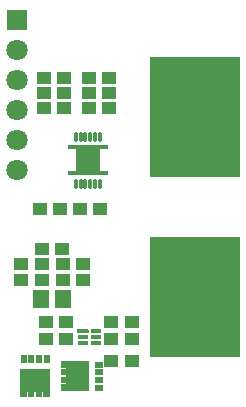
<source format=gts>
G04 DipTrace 3.0.0.1*
G04 battery-fuel_gauge_V2.GTS*
%MOIN*%
G04 #@! TF.FileFunction,Soldermask,Top*
G04 #@! TF.Part,Single*
%AMOUTLINE1*
4,1,12,
0.066969,0.050236,
0.066969,0.036378,
0.040394,0.036378,
0.040394,-0.036378,
0.066969,-0.036378,
0.066969,-0.050236,
-0.066969,-0.050236,
-0.066969,-0.036378,
-0.040394,-0.036378,
-0.040394,0.036378,
-0.066969,0.036378,
-0.066969,0.050236,
0.066969,0.050236,
0*%
%AMOUTLINE4*
4,1,16,
-0.049252,0.04748,
0.049252,0.04748,
0.049252,-0.04748,
0.02752,-0.04748,
0.02752,-0.031339,
0.023662,-0.031339,
0.023662,-0.04748,
0.001929,-0.04748,
0.001929,-0.031339,
-0.001929,-0.031339,
-0.001929,-0.04748,
-0.023662,-0.04748,
-0.023662,-0.031339,
-0.02752,-0.031339,
-0.02752,-0.04748,
-0.049252,-0.04748,
-0.049252,0.04748,
0*%
%AMOUTLINE7*
4,1,16,
0.04748,0.049252,
0.04748,-0.049252,
-0.04748,-0.049252,
-0.04748,-0.02752,
-0.031339,-0.02752,
-0.031339,-0.023662,
-0.04748,-0.023662,
-0.04748,-0.001929,
-0.031339,-0.001929,
-0.031339,0.001929,
-0.04748,0.001929,
-0.04748,0.023662,
-0.031339,0.023662,
-0.031339,0.02752,
-0.04748,0.02752,
-0.04748,0.049252,
0.04748,0.049252,
0*%
%AMOUTLINE10*
4,1,5,
0.01874,-0.00752,
-0.01874,-0.00752,
-0.01874,0.00752,
0.013627,0.00752,
0.01874,0.002407,
0.01874,-0.00752,
0*%
%ADD38R,0.033544X0.01504*%
%ADD40R,0.028819X0.021733*%
%ADD42R,0.021733X0.028819*%
%ADD44R,0.304016X0.404016*%
%ADD46C,0.070945*%
%ADD48R,0.070945X0.070945*%
%ADD50R,0.055197X0.063071*%
%ADD52R,0.047323X0.043386*%
%ADD54O,0.01189X0.037481*%
%ADD60OUTLINE1*%
%ADD63OUTLINE4*%
%ADD66OUTLINE7*%
%ADD69OUTLINE10*%
%FSLAX26Y26*%
G04*
G70*
G90*
G75*
G01*
G04 TopMask*
%LPD*%
D54*
X666831Y1172194D3*
X682579D3*
X698327D3*
X714075D3*
X729823D3*
X745571D3*
Y1327706D3*
X729823D3*
X714075D3*
X698327D3*
X682579D3*
X666831D3*
D60*
X706201Y1249950D3*
D52*
X710235Y1424949D3*
X777164D3*
X560236Y1524952D3*
X627166D3*
X678987Y1087450D3*
X745916D3*
X614666D3*
X547736D3*
X777164Y1524950D3*
X710235D3*
X627166Y1474950D3*
X560236D3*
Y1424950D3*
X627166D3*
X777163Y1474948D3*
X710234D3*
D50*
X550049Y787450D3*
X624852D3*
D52*
X552166Y849950D3*
X485236D3*
X622736D3*
X689666D3*
X485236Y906201D3*
X552166D3*
X689666D3*
X622736D3*
X553986Y956201D3*
X620915D3*
D48*
X468701Y1718701D3*
D46*
Y1618701D3*
Y1518701D3*
Y1418701D3*
Y1318701D3*
Y1218701D3*
D52*
X785236Y656201D3*
X852166D3*
D44*
X1062450Y1393702D3*
Y793702D3*
D42*
X569586Y587697D3*
X543995D3*
X518404D3*
X492814D3*
D63*
X531200Y507776D3*
D40*
X743946Y492815D3*
Y518406D3*
Y543996D3*
Y569587D3*
D66*
X664025Y531201D3*
D52*
X566486Y656201D3*
X633415D3*
X852166Y581201D3*
X785236D3*
Y712450D3*
X852166D3*
D69*
X691782Y682135D3*
D38*
X689814Y662450D3*
Y642765D3*
X735089D3*
Y662450D3*
Y682135D3*
D52*
X566486Y712450D3*
X633415D3*
M02*

</source>
